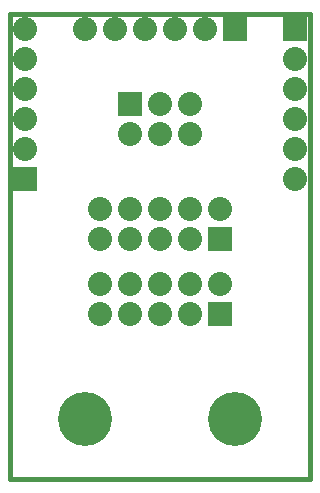
<source format=gbs>
G04 (created by PCBNEW-RS274X (2012-01-19 BZR 3256)-stable) date 07/10/2012 22:08:05*
G01*
G70*
G90*
%MOIN*%
G04 Gerber Fmt 3.4, Leading zero omitted, Abs format*
%FSLAX34Y34*%
G04 APERTURE LIST*
%ADD10C,0.006000*%
%ADD11C,0.015000*%
%ADD12C,0.180000*%
%ADD13R,0.080000X0.080000*%
%ADD14C,0.080000*%
G04 APERTURE END LIST*
G54D10*
G54D11*
X86000Y-40000D02*
X76000Y-40000D01*
X86000Y-55500D02*
X86000Y-40000D01*
X76000Y-55500D02*
X86000Y-55500D01*
X76000Y-40000D02*
X76000Y-55500D01*
G54D12*
X83500Y-53500D03*
X78500Y-53500D03*
G54D13*
X83000Y-47500D03*
G54D14*
X83000Y-46500D03*
X82000Y-47500D03*
X82000Y-46500D03*
X81000Y-47500D03*
X81000Y-46500D03*
X80000Y-47500D03*
X80000Y-46500D03*
X79000Y-47500D03*
X79000Y-46500D03*
G54D13*
X83000Y-50000D03*
G54D14*
X83000Y-49000D03*
X82000Y-50000D03*
X82000Y-49000D03*
X81000Y-50000D03*
X81000Y-49000D03*
X80000Y-50000D03*
X80000Y-49000D03*
X79000Y-50000D03*
X79000Y-49000D03*
G54D13*
X80000Y-43000D03*
G54D14*
X80000Y-44000D03*
X81000Y-43000D03*
X81000Y-44000D03*
X82000Y-43000D03*
X82000Y-44000D03*
G54D13*
X76500Y-45500D03*
G54D14*
X76500Y-44500D03*
X76500Y-43500D03*
X76500Y-42500D03*
X76500Y-41500D03*
X76500Y-40500D03*
G54D13*
X83500Y-40500D03*
G54D14*
X82500Y-40500D03*
X81500Y-40500D03*
X80500Y-40500D03*
X79500Y-40500D03*
X78500Y-40500D03*
G54D13*
X85500Y-40500D03*
G54D14*
X85500Y-41500D03*
X85500Y-42500D03*
X85500Y-43500D03*
X85500Y-44500D03*
X85500Y-45500D03*
M02*

</source>
